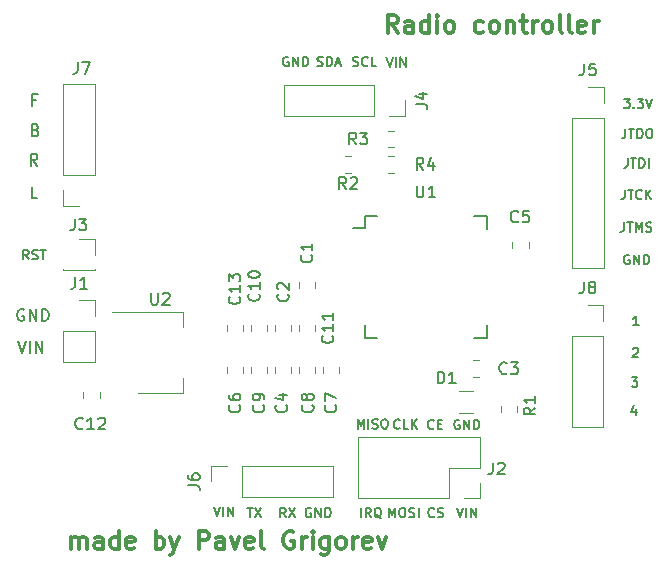
<source format=gbr>
G04 #@! TF.GenerationSoftware,KiCad,Pcbnew,5.0.2-bee76a0~70~ubuntu16.04.1*
G04 #@! TF.CreationDate,2021-02-05T17:40:51+03:00*
G04 #@! TF.ProjectId,das_auto_schema,6461735f-6175-4746-9f5f-736368656d61,rev?*
G04 #@! TF.SameCoordinates,Original*
G04 #@! TF.FileFunction,Legend,Top*
G04 #@! TF.FilePolarity,Positive*
%FSLAX46Y46*%
G04 Gerber Fmt 4.6, Leading zero omitted, Abs format (unit mm)*
G04 Created by KiCad (PCBNEW 5.0.2-bee76a0~70~ubuntu16.04.1) date Fr 05 Feb 2021 17:40:51 MSK*
%MOMM*%
%LPD*%
G01*
G04 APERTURE LIST*
%ADD10C,0.200000*%
%ADD11C,0.300000*%
%ADD12C,0.120000*%
%ADD13C,0.150000*%
G04 APERTURE END LIST*
D10*
X115614504Y-76993704D02*
X115347838Y-76612752D01*
X115157361Y-76993704D02*
X115157361Y-76193704D01*
X115462123Y-76193704D01*
X115538314Y-76231800D01*
X115576409Y-76269895D01*
X115614504Y-76346085D01*
X115614504Y-76460371D01*
X115576409Y-76536561D01*
X115538314Y-76574657D01*
X115462123Y-76612752D01*
X115157361Y-76612752D01*
X115919266Y-76955609D02*
X116033552Y-76993704D01*
X116224028Y-76993704D01*
X116300219Y-76955609D01*
X116338314Y-76917514D01*
X116376409Y-76841323D01*
X116376409Y-76765133D01*
X116338314Y-76688942D01*
X116300219Y-76650847D01*
X116224028Y-76612752D01*
X116071647Y-76574657D01*
X115995457Y-76536561D01*
X115957361Y-76498466D01*
X115919266Y-76422276D01*
X115919266Y-76346085D01*
X115957361Y-76269895D01*
X115995457Y-76231800D01*
X116071647Y-76193704D01*
X116262123Y-76193704D01*
X116376409Y-76231800D01*
X116604980Y-76193704D02*
X117062123Y-76193704D01*
X116833552Y-76993704D02*
X116833552Y-76193704D01*
D11*
X146874114Y-57803171D02*
X146374114Y-57088885D01*
X146016971Y-57803171D02*
X146016971Y-56303171D01*
X146588400Y-56303171D01*
X146731257Y-56374600D01*
X146802685Y-56446028D01*
X146874114Y-56588885D01*
X146874114Y-56803171D01*
X146802685Y-56946028D01*
X146731257Y-57017457D01*
X146588400Y-57088885D01*
X146016971Y-57088885D01*
X148159828Y-57803171D02*
X148159828Y-57017457D01*
X148088400Y-56874600D01*
X147945542Y-56803171D01*
X147659828Y-56803171D01*
X147516971Y-56874600D01*
X148159828Y-57731742D02*
X148016971Y-57803171D01*
X147659828Y-57803171D01*
X147516971Y-57731742D01*
X147445542Y-57588885D01*
X147445542Y-57446028D01*
X147516971Y-57303171D01*
X147659828Y-57231742D01*
X148016971Y-57231742D01*
X148159828Y-57160314D01*
X149516971Y-57803171D02*
X149516971Y-56303171D01*
X149516971Y-57731742D02*
X149374114Y-57803171D01*
X149088400Y-57803171D01*
X148945542Y-57731742D01*
X148874114Y-57660314D01*
X148802685Y-57517457D01*
X148802685Y-57088885D01*
X148874114Y-56946028D01*
X148945542Y-56874600D01*
X149088400Y-56803171D01*
X149374114Y-56803171D01*
X149516971Y-56874600D01*
X150231257Y-57803171D02*
X150231257Y-56803171D01*
X150231257Y-56303171D02*
X150159828Y-56374600D01*
X150231257Y-56446028D01*
X150302685Y-56374600D01*
X150231257Y-56303171D01*
X150231257Y-56446028D01*
X151159828Y-57803171D02*
X151016971Y-57731742D01*
X150945542Y-57660314D01*
X150874114Y-57517457D01*
X150874114Y-57088885D01*
X150945542Y-56946028D01*
X151016971Y-56874600D01*
X151159828Y-56803171D01*
X151374114Y-56803171D01*
X151516971Y-56874600D01*
X151588400Y-56946028D01*
X151659828Y-57088885D01*
X151659828Y-57517457D01*
X151588400Y-57660314D01*
X151516971Y-57731742D01*
X151374114Y-57803171D01*
X151159828Y-57803171D01*
X154088400Y-57731742D02*
X153945542Y-57803171D01*
X153659828Y-57803171D01*
X153516971Y-57731742D01*
X153445542Y-57660314D01*
X153374114Y-57517457D01*
X153374114Y-57088885D01*
X153445542Y-56946028D01*
X153516971Y-56874600D01*
X153659828Y-56803171D01*
X153945542Y-56803171D01*
X154088400Y-56874600D01*
X154945542Y-57803171D02*
X154802685Y-57731742D01*
X154731257Y-57660314D01*
X154659828Y-57517457D01*
X154659828Y-57088885D01*
X154731257Y-56946028D01*
X154802685Y-56874600D01*
X154945542Y-56803171D01*
X155159828Y-56803171D01*
X155302685Y-56874600D01*
X155374114Y-56946028D01*
X155445542Y-57088885D01*
X155445542Y-57517457D01*
X155374114Y-57660314D01*
X155302685Y-57731742D01*
X155159828Y-57803171D01*
X154945542Y-57803171D01*
X156088400Y-56803171D02*
X156088400Y-57803171D01*
X156088400Y-56946028D02*
X156159828Y-56874600D01*
X156302685Y-56803171D01*
X156516971Y-56803171D01*
X156659828Y-56874600D01*
X156731257Y-57017457D01*
X156731257Y-57803171D01*
X157231257Y-56803171D02*
X157802685Y-56803171D01*
X157445542Y-56303171D02*
X157445542Y-57588885D01*
X157516971Y-57731742D01*
X157659828Y-57803171D01*
X157802685Y-57803171D01*
X158302685Y-57803171D02*
X158302685Y-56803171D01*
X158302685Y-57088885D02*
X158374114Y-56946028D01*
X158445542Y-56874600D01*
X158588400Y-56803171D01*
X158731257Y-56803171D01*
X159445542Y-57803171D02*
X159302685Y-57731742D01*
X159231257Y-57660314D01*
X159159828Y-57517457D01*
X159159828Y-57088885D01*
X159231257Y-56946028D01*
X159302685Y-56874600D01*
X159445542Y-56803171D01*
X159659828Y-56803171D01*
X159802685Y-56874600D01*
X159874114Y-56946028D01*
X159945542Y-57088885D01*
X159945542Y-57517457D01*
X159874114Y-57660314D01*
X159802685Y-57731742D01*
X159659828Y-57803171D01*
X159445542Y-57803171D01*
X160802685Y-57803171D02*
X160659828Y-57731742D01*
X160588400Y-57588885D01*
X160588400Y-56303171D01*
X161588400Y-57803171D02*
X161445542Y-57731742D01*
X161374114Y-57588885D01*
X161374114Y-56303171D01*
X162731257Y-57731742D02*
X162588400Y-57803171D01*
X162302685Y-57803171D01*
X162159828Y-57731742D01*
X162088400Y-57588885D01*
X162088400Y-57017457D01*
X162159828Y-56874600D01*
X162302685Y-56803171D01*
X162588400Y-56803171D01*
X162731257Y-56874600D01*
X162802685Y-57017457D01*
X162802685Y-57160314D01*
X162088400Y-57303171D01*
X163445542Y-57803171D02*
X163445542Y-56803171D01*
X163445542Y-57088885D02*
X163516971Y-56946028D01*
X163588400Y-56874600D01*
X163731257Y-56803171D01*
X163874114Y-56803171D01*
X119236399Y-101491171D02*
X119236399Y-100491171D01*
X119236399Y-100634028D02*
X119307828Y-100562600D01*
X119450685Y-100491171D01*
X119664971Y-100491171D01*
X119807828Y-100562600D01*
X119879257Y-100705457D01*
X119879257Y-101491171D01*
X119879257Y-100705457D02*
X119950685Y-100562600D01*
X120093542Y-100491171D01*
X120307828Y-100491171D01*
X120450685Y-100562600D01*
X120522114Y-100705457D01*
X120522114Y-101491171D01*
X121879257Y-101491171D02*
X121879257Y-100705457D01*
X121807828Y-100562600D01*
X121664971Y-100491171D01*
X121379257Y-100491171D01*
X121236399Y-100562600D01*
X121879257Y-101419742D02*
X121736399Y-101491171D01*
X121379257Y-101491171D01*
X121236399Y-101419742D01*
X121164971Y-101276885D01*
X121164971Y-101134028D01*
X121236399Y-100991171D01*
X121379257Y-100919742D01*
X121736399Y-100919742D01*
X121879257Y-100848314D01*
X123236399Y-101491171D02*
X123236399Y-99991171D01*
X123236399Y-101419742D02*
X123093542Y-101491171D01*
X122807828Y-101491171D01*
X122664971Y-101419742D01*
X122593542Y-101348314D01*
X122522114Y-101205457D01*
X122522114Y-100776885D01*
X122593542Y-100634028D01*
X122664971Y-100562600D01*
X122807828Y-100491171D01*
X123093542Y-100491171D01*
X123236399Y-100562600D01*
X124522114Y-101419742D02*
X124379257Y-101491171D01*
X124093542Y-101491171D01*
X123950685Y-101419742D01*
X123879257Y-101276885D01*
X123879257Y-100705457D01*
X123950685Y-100562600D01*
X124093542Y-100491171D01*
X124379257Y-100491171D01*
X124522114Y-100562600D01*
X124593542Y-100705457D01*
X124593542Y-100848314D01*
X123879257Y-100991171D01*
X126379257Y-101491171D02*
X126379257Y-99991171D01*
X126379257Y-100562600D02*
X126522114Y-100491171D01*
X126807828Y-100491171D01*
X126950685Y-100562600D01*
X127022114Y-100634028D01*
X127093542Y-100776885D01*
X127093542Y-101205457D01*
X127022114Y-101348314D01*
X126950685Y-101419742D01*
X126807828Y-101491171D01*
X126522114Y-101491171D01*
X126379257Y-101419742D01*
X127593542Y-100491171D02*
X127950685Y-101491171D01*
X128307828Y-100491171D02*
X127950685Y-101491171D01*
X127807828Y-101848314D01*
X127736399Y-101919742D01*
X127593542Y-101991171D01*
X130022114Y-101491171D02*
X130022114Y-99991171D01*
X130593542Y-99991171D01*
X130736399Y-100062600D01*
X130807828Y-100134028D01*
X130879257Y-100276885D01*
X130879257Y-100491171D01*
X130807828Y-100634028D01*
X130736399Y-100705457D01*
X130593542Y-100776885D01*
X130022114Y-100776885D01*
X132164971Y-101491171D02*
X132164971Y-100705457D01*
X132093542Y-100562600D01*
X131950685Y-100491171D01*
X131664971Y-100491171D01*
X131522114Y-100562600D01*
X132164971Y-101419742D02*
X132022114Y-101491171D01*
X131664971Y-101491171D01*
X131522114Y-101419742D01*
X131450685Y-101276885D01*
X131450685Y-101134028D01*
X131522114Y-100991171D01*
X131664971Y-100919742D01*
X132022114Y-100919742D01*
X132164971Y-100848314D01*
X132736399Y-100491171D02*
X133093542Y-101491171D01*
X133450685Y-100491171D01*
X134593542Y-101419742D02*
X134450685Y-101491171D01*
X134164971Y-101491171D01*
X134022114Y-101419742D01*
X133950685Y-101276885D01*
X133950685Y-100705457D01*
X134022114Y-100562600D01*
X134164971Y-100491171D01*
X134450685Y-100491171D01*
X134593542Y-100562600D01*
X134664971Y-100705457D01*
X134664971Y-100848314D01*
X133950685Y-100991171D01*
X135522114Y-101491171D02*
X135379257Y-101419742D01*
X135307828Y-101276885D01*
X135307828Y-99991171D01*
X138022114Y-100062600D02*
X137879257Y-99991171D01*
X137664971Y-99991171D01*
X137450685Y-100062600D01*
X137307828Y-100205457D01*
X137236400Y-100348314D01*
X137164971Y-100634028D01*
X137164971Y-100848314D01*
X137236400Y-101134028D01*
X137307828Y-101276885D01*
X137450685Y-101419742D01*
X137664971Y-101491171D01*
X137807828Y-101491171D01*
X138022114Y-101419742D01*
X138093542Y-101348314D01*
X138093542Y-100848314D01*
X137807828Y-100848314D01*
X138736400Y-101491171D02*
X138736400Y-100491171D01*
X138736400Y-100776885D02*
X138807828Y-100634028D01*
X138879257Y-100562600D01*
X139022114Y-100491171D01*
X139164971Y-100491171D01*
X139664971Y-101491171D02*
X139664971Y-100491171D01*
X139664971Y-99991171D02*
X139593542Y-100062600D01*
X139664971Y-100134028D01*
X139736400Y-100062600D01*
X139664971Y-99991171D01*
X139664971Y-100134028D01*
X141022114Y-100491171D02*
X141022114Y-101705457D01*
X140950685Y-101848314D01*
X140879257Y-101919742D01*
X140736400Y-101991171D01*
X140522114Y-101991171D01*
X140379257Y-101919742D01*
X141022114Y-101419742D02*
X140879257Y-101491171D01*
X140593542Y-101491171D01*
X140450685Y-101419742D01*
X140379257Y-101348314D01*
X140307828Y-101205457D01*
X140307828Y-100776885D01*
X140379257Y-100634028D01*
X140450685Y-100562600D01*
X140593542Y-100491171D01*
X140879257Y-100491171D01*
X141022114Y-100562600D01*
X141950685Y-101491171D02*
X141807828Y-101419742D01*
X141736400Y-101348314D01*
X141664971Y-101205457D01*
X141664971Y-100776885D01*
X141736400Y-100634028D01*
X141807828Y-100562600D01*
X141950685Y-100491171D01*
X142164971Y-100491171D01*
X142307828Y-100562600D01*
X142379257Y-100634028D01*
X142450685Y-100776885D01*
X142450685Y-101205457D01*
X142379257Y-101348314D01*
X142307828Y-101419742D01*
X142164971Y-101491171D01*
X141950685Y-101491171D01*
X143093542Y-101491171D02*
X143093542Y-100491171D01*
X143093542Y-100776885D02*
X143164971Y-100634028D01*
X143236400Y-100562600D01*
X143379257Y-100491171D01*
X143522114Y-100491171D01*
X144593542Y-101419742D02*
X144450685Y-101491171D01*
X144164971Y-101491171D01*
X144022114Y-101419742D01*
X143950685Y-101276885D01*
X143950685Y-100705457D01*
X144022114Y-100562600D01*
X144164971Y-100491171D01*
X144450685Y-100491171D01*
X144593542Y-100562600D01*
X144664971Y-100705457D01*
X144664971Y-100848314D01*
X143950685Y-100991171D01*
X145164971Y-100491171D02*
X145522114Y-101491171D01*
X145879257Y-100491171D01*
D10*
X167030380Y-89668371D02*
X167030380Y-90201704D01*
X166839904Y-89363609D02*
X166649428Y-89935038D01*
X167144666Y-89935038D01*
X166662133Y-86988704D02*
X167157371Y-86988704D01*
X166890704Y-87293466D01*
X167004990Y-87293466D01*
X167081180Y-87331561D01*
X167119276Y-87369657D01*
X167157371Y-87445847D01*
X167157371Y-87636323D01*
X167119276Y-87712514D01*
X167081180Y-87750609D01*
X167004990Y-87788704D01*
X166776419Y-87788704D01*
X166700228Y-87750609D01*
X166662133Y-87712514D01*
X166751028Y-84575695D02*
X166789123Y-84537600D01*
X166865314Y-84499504D01*
X167055790Y-84499504D01*
X167131980Y-84537600D01*
X167170076Y-84575695D01*
X167208171Y-84651885D01*
X167208171Y-84728076D01*
X167170076Y-84842361D01*
X166712933Y-85299504D01*
X167208171Y-85299504D01*
X167258971Y-82581704D02*
X166801828Y-82581704D01*
X167030400Y-82581704D02*
X167030400Y-81781704D01*
X166954209Y-81895990D01*
X166878019Y-81972180D01*
X166801828Y-82010276D01*
X143472057Y-91319304D02*
X143472057Y-90519304D01*
X143738723Y-91090733D01*
X144005390Y-90519304D01*
X144005390Y-91319304D01*
X144386342Y-91319304D02*
X144386342Y-90519304D01*
X144729200Y-91281209D02*
X144843485Y-91319304D01*
X145033961Y-91319304D01*
X145110152Y-91281209D01*
X145148247Y-91243114D01*
X145186342Y-91166923D01*
X145186342Y-91090733D01*
X145148247Y-91014542D01*
X145110152Y-90976447D01*
X145033961Y-90938352D01*
X144881580Y-90900257D01*
X144805390Y-90862161D01*
X144767295Y-90824066D01*
X144729200Y-90747876D01*
X144729200Y-90671685D01*
X144767295Y-90595495D01*
X144805390Y-90557400D01*
X144881580Y-90519304D01*
X145072057Y-90519304D01*
X145186342Y-90557400D01*
X145681580Y-90519304D02*
X145833961Y-90519304D01*
X145910152Y-90557400D01*
X145986342Y-90633590D01*
X146024438Y-90785971D01*
X146024438Y-91052638D01*
X145986342Y-91205019D01*
X145910152Y-91281209D01*
X145833961Y-91319304D01*
X145681580Y-91319304D01*
X145605390Y-91281209D01*
X145529200Y-91205019D01*
X145491104Y-91052638D01*
X145491104Y-90785971D01*
X145529200Y-90633590D01*
X145605390Y-90557400D01*
X145681580Y-90519304D01*
X147047009Y-91268514D02*
X147008914Y-91306609D01*
X146894628Y-91344704D01*
X146818438Y-91344704D01*
X146704152Y-91306609D01*
X146627961Y-91230419D01*
X146589866Y-91154228D01*
X146551771Y-91001847D01*
X146551771Y-90887561D01*
X146589866Y-90735180D01*
X146627961Y-90658990D01*
X146704152Y-90582800D01*
X146818438Y-90544704D01*
X146894628Y-90544704D01*
X147008914Y-90582800D01*
X147047009Y-90620895D01*
X147770819Y-91344704D02*
X147389866Y-91344704D01*
X147389866Y-90544704D01*
X148037485Y-91344704D02*
X148037485Y-90544704D01*
X148494628Y-91344704D02*
X148151771Y-90887561D01*
X148494628Y-90544704D02*
X148037485Y-91001847D01*
X149923514Y-91293914D02*
X149885419Y-91332009D01*
X149771133Y-91370104D01*
X149694942Y-91370104D01*
X149580657Y-91332009D01*
X149504466Y-91255819D01*
X149466371Y-91179628D01*
X149428276Y-91027247D01*
X149428276Y-90912961D01*
X149466371Y-90760580D01*
X149504466Y-90684390D01*
X149580657Y-90608200D01*
X149694942Y-90570104D01*
X149771133Y-90570104D01*
X149885419Y-90608200D01*
X149923514Y-90646295D01*
X150266371Y-90951057D02*
X150533038Y-90951057D01*
X150647323Y-91370104D02*
X150266371Y-91370104D01*
X150266371Y-90570104D01*
X150647323Y-90570104D01*
X152095276Y-90608200D02*
X152019085Y-90570104D01*
X151904800Y-90570104D01*
X151790514Y-90608200D01*
X151714323Y-90684390D01*
X151676228Y-90760580D01*
X151638133Y-90912961D01*
X151638133Y-91027247D01*
X151676228Y-91179628D01*
X151714323Y-91255819D01*
X151790514Y-91332009D01*
X151904800Y-91370104D01*
X151980990Y-91370104D01*
X152095276Y-91332009D01*
X152133371Y-91293914D01*
X152133371Y-91027247D01*
X151980990Y-91027247D01*
X152476228Y-91370104D02*
X152476228Y-90570104D01*
X152933371Y-91370104D01*
X152933371Y-90570104D01*
X153314323Y-91370104D02*
X153314323Y-90570104D01*
X153504800Y-90570104D01*
X153619085Y-90608200D01*
X153695276Y-90684390D01*
X153733371Y-90760580D01*
X153771466Y-90912961D01*
X153771466Y-91027247D01*
X153733371Y-91179628D01*
X153695276Y-91255819D01*
X153619085Y-91332009D01*
X153504800Y-91370104D01*
X153314323Y-91370104D01*
X143757752Y-98837704D02*
X143757752Y-98037704D01*
X144595847Y-98837704D02*
X144329180Y-98456752D01*
X144138704Y-98837704D02*
X144138704Y-98037704D01*
X144443466Y-98037704D01*
X144519657Y-98075800D01*
X144557752Y-98113895D01*
X144595847Y-98190085D01*
X144595847Y-98304371D01*
X144557752Y-98380561D01*
X144519657Y-98418657D01*
X144443466Y-98456752D01*
X144138704Y-98456752D01*
X145472038Y-98913895D02*
X145395847Y-98875800D01*
X145319657Y-98799609D01*
X145205371Y-98685323D01*
X145129180Y-98647228D01*
X145052990Y-98647228D01*
X145091085Y-98837704D02*
X145014895Y-98799609D01*
X144938704Y-98723419D01*
X144900609Y-98571038D01*
X144900609Y-98304371D01*
X144938704Y-98151990D01*
X145014895Y-98075800D01*
X145091085Y-98037704D01*
X145243466Y-98037704D01*
X145319657Y-98075800D01*
X145395847Y-98151990D01*
X145433942Y-98304371D01*
X145433942Y-98571038D01*
X145395847Y-98723419D01*
X145319657Y-98799609D01*
X145243466Y-98837704D01*
X145091085Y-98837704D01*
X146113657Y-98837704D02*
X146113657Y-98037704D01*
X146380323Y-98609133D01*
X146646990Y-98037704D01*
X146646990Y-98837704D01*
X147180323Y-98037704D02*
X147332704Y-98037704D01*
X147408895Y-98075800D01*
X147485085Y-98151990D01*
X147523180Y-98304371D01*
X147523180Y-98571038D01*
X147485085Y-98723419D01*
X147408895Y-98799609D01*
X147332704Y-98837704D01*
X147180323Y-98837704D01*
X147104133Y-98799609D01*
X147027942Y-98723419D01*
X146989847Y-98571038D01*
X146989847Y-98304371D01*
X147027942Y-98151990D01*
X147104133Y-98075800D01*
X147180323Y-98037704D01*
X147827942Y-98799609D02*
X147942228Y-98837704D01*
X148132704Y-98837704D01*
X148208895Y-98799609D01*
X148246990Y-98761514D01*
X148285085Y-98685323D01*
X148285085Y-98609133D01*
X148246990Y-98532942D01*
X148208895Y-98494847D01*
X148132704Y-98456752D01*
X147980323Y-98418657D01*
X147904133Y-98380561D01*
X147866038Y-98342466D01*
X147827942Y-98266276D01*
X147827942Y-98190085D01*
X147866038Y-98113895D01*
X147904133Y-98075800D01*
X147980323Y-98037704D01*
X148170800Y-98037704D01*
X148285085Y-98075800D01*
X148627942Y-98837704D02*
X148627942Y-98037704D01*
X149955266Y-98761514D02*
X149917171Y-98799609D01*
X149802885Y-98837704D01*
X149726695Y-98837704D01*
X149612409Y-98799609D01*
X149536219Y-98723419D01*
X149498123Y-98647228D01*
X149460028Y-98494847D01*
X149460028Y-98380561D01*
X149498123Y-98228180D01*
X149536219Y-98151990D01*
X149612409Y-98075800D01*
X149726695Y-98037704D01*
X149802885Y-98037704D01*
X149917171Y-98075800D01*
X149955266Y-98113895D01*
X150260028Y-98799609D02*
X150374314Y-98837704D01*
X150564790Y-98837704D01*
X150640980Y-98799609D01*
X150679076Y-98761514D01*
X150717171Y-98685323D01*
X150717171Y-98609133D01*
X150679076Y-98532942D01*
X150640980Y-98494847D01*
X150564790Y-98456752D01*
X150412409Y-98418657D01*
X150336219Y-98380561D01*
X150298123Y-98342466D01*
X150260028Y-98266276D01*
X150260028Y-98190085D01*
X150298123Y-98113895D01*
X150336219Y-98075800D01*
X150412409Y-98037704D01*
X150602885Y-98037704D01*
X150717171Y-98075800D01*
X166027247Y-63392104D02*
X166522485Y-63392104D01*
X166255819Y-63696866D01*
X166370104Y-63696866D01*
X166446295Y-63734961D01*
X166484390Y-63773057D01*
X166522485Y-63849247D01*
X166522485Y-64039723D01*
X166484390Y-64115914D01*
X166446295Y-64154009D01*
X166370104Y-64192104D01*
X166141533Y-64192104D01*
X166065342Y-64154009D01*
X166027247Y-64115914D01*
X166865342Y-64115914D02*
X166903438Y-64154009D01*
X166865342Y-64192104D01*
X166827247Y-64154009D01*
X166865342Y-64115914D01*
X166865342Y-64192104D01*
X167170104Y-63392104D02*
X167665342Y-63392104D01*
X167398676Y-63696866D01*
X167512961Y-63696866D01*
X167589152Y-63734961D01*
X167627247Y-63773057D01*
X167665342Y-63849247D01*
X167665342Y-64039723D01*
X167627247Y-64115914D01*
X167589152Y-64154009D01*
X167512961Y-64192104D01*
X167284390Y-64192104D01*
X167208200Y-64154009D01*
X167170104Y-64115914D01*
X167893914Y-63392104D02*
X168160580Y-64192104D01*
X168427247Y-63392104D01*
X166147876Y-65957504D02*
X166147876Y-66528933D01*
X166109780Y-66643219D01*
X166033590Y-66719409D01*
X165919304Y-66757504D01*
X165843114Y-66757504D01*
X166414542Y-65957504D02*
X166871685Y-65957504D01*
X166643114Y-66757504D02*
X166643114Y-65957504D01*
X167138352Y-66757504D02*
X167138352Y-65957504D01*
X167328828Y-65957504D01*
X167443114Y-65995600D01*
X167519304Y-66071790D01*
X167557400Y-66147980D01*
X167595495Y-66300361D01*
X167595495Y-66414647D01*
X167557400Y-66567028D01*
X167519304Y-66643219D01*
X167443114Y-66719409D01*
X167328828Y-66757504D01*
X167138352Y-66757504D01*
X168090733Y-65957504D02*
X168243114Y-65957504D01*
X168319304Y-65995600D01*
X168395495Y-66071790D01*
X168433590Y-66224171D01*
X168433590Y-66490838D01*
X168395495Y-66643219D01*
X168319304Y-66719409D01*
X168243114Y-66757504D01*
X168090733Y-66757504D01*
X168014542Y-66719409D01*
X167938352Y-66643219D01*
X167900257Y-66490838D01*
X167900257Y-66224171D01*
X167938352Y-66071790D01*
X168014542Y-65995600D01*
X168090733Y-65957504D01*
X166325647Y-68421304D02*
X166325647Y-68992733D01*
X166287552Y-69107019D01*
X166211361Y-69183209D01*
X166097076Y-69221304D01*
X166020885Y-69221304D01*
X166592314Y-68421304D02*
X167049457Y-68421304D01*
X166820885Y-69221304D02*
X166820885Y-68421304D01*
X167316123Y-69221304D02*
X167316123Y-68421304D01*
X167506600Y-68421304D01*
X167620885Y-68459400D01*
X167697076Y-68535590D01*
X167735171Y-68611780D01*
X167773266Y-68764161D01*
X167773266Y-68878447D01*
X167735171Y-69030828D01*
X167697076Y-69107019D01*
X167620885Y-69183209D01*
X167506600Y-69221304D01*
X167316123Y-69221304D01*
X168116123Y-69221304D02*
X168116123Y-68421304D01*
X166090723Y-71113704D02*
X166090723Y-71685133D01*
X166052628Y-71799419D01*
X165976438Y-71875609D01*
X165862152Y-71913704D01*
X165785961Y-71913704D01*
X166357390Y-71113704D02*
X166814533Y-71113704D01*
X166585961Y-71913704D02*
X166585961Y-71113704D01*
X167538342Y-71837514D02*
X167500247Y-71875609D01*
X167385961Y-71913704D01*
X167309771Y-71913704D01*
X167195485Y-71875609D01*
X167119295Y-71799419D01*
X167081200Y-71723228D01*
X167043104Y-71570847D01*
X167043104Y-71456561D01*
X167081200Y-71304180D01*
X167119295Y-71227990D01*
X167195485Y-71151800D01*
X167309771Y-71113704D01*
X167385961Y-71113704D01*
X167500247Y-71151800D01*
X167538342Y-71189895D01*
X167881200Y-71913704D02*
X167881200Y-71113704D01*
X168338342Y-71913704D02*
X167995485Y-71456561D01*
X168338342Y-71113704D02*
X167881200Y-71570847D01*
X166027228Y-73856904D02*
X166027228Y-74428333D01*
X165989133Y-74542619D01*
X165912942Y-74618809D01*
X165798657Y-74656904D01*
X165722466Y-74656904D01*
X166293895Y-73856904D02*
X166751038Y-73856904D01*
X166522466Y-74656904D02*
X166522466Y-73856904D01*
X167017704Y-74656904D02*
X167017704Y-73856904D01*
X167284371Y-74428333D01*
X167551038Y-73856904D01*
X167551038Y-74656904D01*
X167893895Y-74618809D02*
X168008180Y-74656904D01*
X168198657Y-74656904D01*
X168274847Y-74618809D01*
X168312942Y-74580714D01*
X168351038Y-74504523D01*
X168351038Y-74428333D01*
X168312942Y-74352142D01*
X168274847Y-74314047D01*
X168198657Y-74275952D01*
X168046276Y-74237857D01*
X167970085Y-74199761D01*
X167931990Y-74161666D01*
X167893895Y-74085476D01*
X167893895Y-74009285D01*
X167931990Y-73933095D01*
X167970085Y-73895000D01*
X168046276Y-73856904D01*
X168236752Y-73856904D01*
X168351038Y-73895000D01*
X166471676Y-76638200D02*
X166395485Y-76600104D01*
X166281200Y-76600104D01*
X166166914Y-76638200D01*
X166090723Y-76714390D01*
X166052628Y-76790580D01*
X166014533Y-76942961D01*
X166014533Y-77057247D01*
X166052628Y-77209628D01*
X166090723Y-77285819D01*
X166166914Y-77362009D01*
X166281200Y-77400104D01*
X166357390Y-77400104D01*
X166471676Y-77362009D01*
X166509771Y-77323914D01*
X166509771Y-77057247D01*
X166357390Y-77057247D01*
X166852628Y-77400104D02*
X166852628Y-76600104D01*
X167309771Y-77400104D01*
X167309771Y-76600104D01*
X167690723Y-77400104D02*
X167690723Y-76600104D01*
X167881200Y-76600104D01*
X167995485Y-76638200D01*
X168071676Y-76714390D01*
X168109771Y-76790580D01*
X168147866Y-76942961D01*
X168147866Y-77057247D01*
X168109771Y-77209628D01*
X168071676Y-77285819D01*
X167995485Y-77362009D01*
X167881200Y-77400104D01*
X167690723Y-77400104D01*
X115214495Y-81237200D02*
X115119257Y-81189580D01*
X114976400Y-81189580D01*
X114833542Y-81237200D01*
X114738304Y-81332438D01*
X114690685Y-81427676D01*
X114643066Y-81618152D01*
X114643066Y-81761009D01*
X114690685Y-81951485D01*
X114738304Y-82046723D01*
X114833542Y-82141961D01*
X114976400Y-82189580D01*
X115071638Y-82189580D01*
X115214495Y-82141961D01*
X115262114Y-82094342D01*
X115262114Y-81761009D01*
X115071638Y-81761009D01*
X115690685Y-82189580D02*
X115690685Y-81189580D01*
X116262114Y-82189580D01*
X116262114Y-81189580D01*
X116738304Y-82189580D02*
X116738304Y-81189580D01*
X116976400Y-81189580D01*
X117119257Y-81237200D01*
X117214495Y-81332438D01*
X117262114Y-81427676D01*
X117309733Y-81618152D01*
X117309733Y-81761009D01*
X117262114Y-81951485D01*
X117214495Y-82046723D01*
X117119257Y-82141961D01*
X116976400Y-82189580D01*
X116738304Y-82189580D01*
X114728761Y-83932780D02*
X115062095Y-84932780D01*
X115395428Y-83932780D01*
X115728761Y-84932780D02*
X115728761Y-83932780D01*
X116204952Y-84932780D02*
X116204952Y-83932780D01*
X116776380Y-84932780D01*
X116776380Y-83932780D01*
X116271657Y-63479371D02*
X115938323Y-63479371D01*
X115938323Y-64003180D02*
X115938323Y-63003180D01*
X116414514Y-63003180D01*
X116200228Y-66044771D02*
X116343085Y-66092390D01*
X116390704Y-66140009D01*
X116438323Y-66235247D01*
X116438323Y-66378104D01*
X116390704Y-66473342D01*
X116343085Y-66520961D01*
X116247847Y-66568580D01*
X115866895Y-66568580D01*
X115866895Y-65568580D01*
X116200228Y-65568580D01*
X116295466Y-65616200D01*
X116343085Y-65663819D01*
X116390704Y-65759057D01*
X116390704Y-65854295D01*
X116343085Y-65949533D01*
X116295466Y-65997152D01*
X116200228Y-66044771D01*
X115866895Y-66044771D01*
X116362123Y-69057780D02*
X116028790Y-68581590D01*
X115790695Y-69057780D02*
X115790695Y-68057780D01*
X116171647Y-68057780D01*
X116266885Y-68105400D01*
X116314504Y-68153019D01*
X116362123Y-68248257D01*
X116362123Y-68391114D01*
X116314504Y-68486352D01*
X116266885Y-68533971D01*
X116171647Y-68581590D01*
X115790695Y-68581590D01*
X116362123Y-71826380D02*
X115885933Y-71826380D01*
X115885933Y-70826380D01*
X140049371Y-60598009D02*
X140163657Y-60636104D01*
X140354133Y-60636104D01*
X140430323Y-60598009D01*
X140468419Y-60559914D01*
X140506514Y-60483723D01*
X140506514Y-60407533D01*
X140468419Y-60331342D01*
X140430323Y-60293247D01*
X140354133Y-60255152D01*
X140201752Y-60217057D01*
X140125561Y-60178961D01*
X140087466Y-60140866D01*
X140049371Y-60064676D01*
X140049371Y-59988485D01*
X140087466Y-59912295D01*
X140125561Y-59874200D01*
X140201752Y-59836104D01*
X140392228Y-59836104D01*
X140506514Y-59874200D01*
X140849371Y-60636104D02*
X140849371Y-59836104D01*
X141039847Y-59836104D01*
X141154133Y-59874200D01*
X141230323Y-59950390D01*
X141268419Y-60026580D01*
X141306514Y-60178961D01*
X141306514Y-60293247D01*
X141268419Y-60445628D01*
X141230323Y-60521819D01*
X141154133Y-60598009D01*
X141039847Y-60636104D01*
X140849371Y-60636104D01*
X141611276Y-60407533D02*
X141992228Y-60407533D01*
X141535085Y-60636104D02*
X141801752Y-59836104D01*
X142068419Y-60636104D01*
X143065619Y-60598009D02*
X143179904Y-60636104D01*
X143370380Y-60636104D01*
X143446571Y-60598009D01*
X143484666Y-60559914D01*
X143522761Y-60483723D01*
X143522761Y-60407533D01*
X143484666Y-60331342D01*
X143446571Y-60293247D01*
X143370380Y-60255152D01*
X143218000Y-60217057D01*
X143141809Y-60178961D01*
X143103714Y-60140866D01*
X143065619Y-60064676D01*
X143065619Y-59988485D01*
X143103714Y-59912295D01*
X143141809Y-59874200D01*
X143218000Y-59836104D01*
X143408476Y-59836104D01*
X143522761Y-59874200D01*
X144322761Y-60559914D02*
X144284666Y-60598009D01*
X144170380Y-60636104D01*
X144094190Y-60636104D01*
X143979904Y-60598009D01*
X143903714Y-60521819D01*
X143865619Y-60445628D01*
X143827523Y-60293247D01*
X143827523Y-60178961D01*
X143865619Y-60026580D01*
X143903714Y-59950390D01*
X143979904Y-59874200D01*
X144094190Y-59836104D01*
X144170380Y-59836104D01*
X144284666Y-59874200D01*
X144322761Y-59912295D01*
X145046571Y-60636104D02*
X144665619Y-60636104D01*
X144665619Y-59836104D01*
X145910409Y-59886904D02*
X146177076Y-60686904D01*
X146443742Y-59886904D01*
X146710409Y-60686904D02*
X146710409Y-59886904D01*
X147091361Y-60686904D02*
X147091361Y-59886904D01*
X147548504Y-60686904D01*
X147548504Y-59886904D01*
X137591876Y-59899600D02*
X137515685Y-59861504D01*
X137401400Y-59861504D01*
X137287114Y-59899600D01*
X137210923Y-59975790D01*
X137172828Y-60051980D01*
X137134733Y-60204361D01*
X137134733Y-60318647D01*
X137172828Y-60471028D01*
X137210923Y-60547219D01*
X137287114Y-60623409D01*
X137401400Y-60661504D01*
X137477590Y-60661504D01*
X137591876Y-60623409D01*
X137629971Y-60585314D01*
X137629971Y-60318647D01*
X137477590Y-60318647D01*
X137972828Y-60661504D02*
X137972828Y-59861504D01*
X138429971Y-60661504D01*
X138429971Y-59861504D01*
X138810923Y-60661504D02*
X138810923Y-59861504D01*
X139001400Y-59861504D01*
X139115685Y-59899600D01*
X139191876Y-59975790D01*
X139229971Y-60051980D01*
X139268066Y-60204361D01*
X139268066Y-60318647D01*
X139229971Y-60471028D01*
X139191876Y-60547219D01*
X139115685Y-60623409D01*
X139001400Y-60661504D01*
X138810923Y-60661504D01*
X139522276Y-98050400D02*
X139446085Y-98012304D01*
X139331800Y-98012304D01*
X139217514Y-98050400D01*
X139141323Y-98126590D01*
X139103228Y-98202780D01*
X139065133Y-98355161D01*
X139065133Y-98469447D01*
X139103228Y-98621828D01*
X139141323Y-98698019D01*
X139217514Y-98774209D01*
X139331800Y-98812304D01*
X139407990Y-98812304D01*
X139522276Y-98774209D01*
X139560371Y-98736114D01*
X139560371Y-98469447D01*
X139407990Y-98469447D01*
X139903228Y-98812304D02*
X139903228Y-98012304D01*
X140360371Y-98812304D01*
X140360371Y-98012304D01*
X140741323Y-98812304D02*
X140741323Y-98012304D01*
X140931800Y-98012304D01*
X141046085Y-98050400D01*
X141122276Y-98126590D01*
X141160371Y-98202780D01*
X141198466Y-98355161D01*
X141198466Y-98469447D01*
X141160371Y-98621828D01*
X141122276Y-98698019D01*
X141046085Y-98774209D01*
X140931800Y-98812304D01*
X140741323Y-98812304D01*
X131280009Y-97936104D02*
X131546676Y-98736104D01*
X131813342Y-97936104D01*
X132080009Y-98736104D02*
X132080009Y-97936104D01*
X132460961Y-98736104D02*
X132460961Y-97936104D01*
X132918104Y-98736104D01*
X132918104Y-97936104D01*
X137382266Y-98812304D02*
X137115600Y-98431352D01*
X136925123Y-98812304D02*
X136925123Y-98012304D01*
X137229885Y-98012304D01*
X137306076Y-98050400D01*
X137344171Y-98088495D01*
X137382266Y-98164685D01*
X137382266Y-98278971D01*
X137344171Y-98355161D01*
X137306076Y-98393257D01*
X137229885Y-98431352D01*
X136925123Y-98431352D01*
X137648933Y-98012304D02*
X138182266Y-98812304D01*
X138182266Y-98012304D02*
X137648933Y-98812304D01*
X134137476Y-98012304D02*
X134594619Y-98012304D01*
X134366047Y-98812304D02*
X134366047Y-98012304D01*
X134785095Y-98012304D02*
X135318428Y-98812304D01*
X135318428Y-98012304D02*
X134785095Y-98812304D01*
X151879409Y-98037704D02*
X152146076Y-98837704D01*
X152412742Y-98037704D01*
X152679409Y-98837704D02*
X152679409Y-98037704D01*
X153060361Y-98837704D02*
X153060361Y-98037704D01*
X153517504Y-98837704D01*
X153517504Y-98037704D01*
D12*
G04 #@! TO.C,J2*
X153806200Y-92015000D02*
X153806200Y-94615000D01*
X153806200Y-92015000D02*
X143526200Y-92015000D01*
X143526200Y-92015000D02*
X143526200Y-97215000D01*
X151206200Y-97215000D02*
X143526200Y-97215000D01*
X151206200Y-94615000D02*
X151206200Y-97215000D01*
X153806200Y-94615000D02*
X151206200Y-94615000D01*
X153806200Y-97215000D02*
X152476200Y-97215000D01*
X153806200Y-95885000D02*
X153806200Y-97215000D01*
G04 #@! TO.C,J5*
X161636400Y-64998600D02*
X164296400Y-64998600D01*
X161636400Y-64998600D02*
X161636400Y-77758600D01*
X161636400Y-77758600D02*
X164296400Y-77758600D01*
X164296400Y-64998600D02*
X164296400Y-77758600D01*
X164296400Y-62398600D02*
X164296400Y-63728600D01*
X162966400Y-62398600D02*
X164296400Y-62398600D01*
G04 #@! TO.C,C1*
X139902000Y-78910922D02*
X139902000Y-79428078D01*
X138482000Y-78910922D02*
X138482000Y-79428078D01*
G04 #@! TO.C,C2*
X137870000Y-83062578D02*
X137870000Y-82545422D01*
X136450000Y-83062578D02*
X136450000Y-82545422D01*
G04 #@! TO.C,C3*
X153208222Y-85548400D02*
X153725378Y-85548400D01*
X153208222Y-86968400D02*
X153725378Y-86968400D01*
G04 #@! TO.C,C4*
X137870000Y-86101422D02*
X137870000Y-86618578D01*
X136450000Y-86101422D02*
X136450000Y-86618578D01*
G04 #@! TO.C,C5*
X156541400Y-75484222D02*
X156541400Y-76001378D01*
X157961400Y-75484222D02*
X157961400Y-76001378D01*
G04 #@! TO.C,C6*
X132386000Y-86101422D02*
X132386000Y-86618578D01*
X133806000Y-86101422D02*
X133806000Y-86618578D01*
G04 #@! TO.C,C7*
X141934000Y-86101422D02*
X141934000Y-86618578D01*
X140514000Y-86101422D02*
X140514000Y-86618578D01*
G04 #@! TO.C,C8*
X139902000Y-86101422D02*
X139902000Y-86618578D01*
X138482000Y-86101422D02*
X138482000Y-86618578D01*
G04 #@! TO.C,C9*
X134418000Y-86101422D02*
X134418000Y-86618578D01*
X135838000Y-86101422D02*
X135838000Y-86618578D01*
G04 #@! TO.C,C10*
X134418000Y-83062578D02*
X134418000Y-82545422D01*
X135838000Y-83062578D02*
X135838000Y-82545422D01*
G04 #@! TO.C,C11*
X139902000Y-83062578D02*
X139902000Y-82545422D01*
X138482000Y-83062578D02*
X138482000Y-82545422D01*
G04 #@! TO.C,C12*
X121677500Y-88209622D02*
X121677500Y-88726778D01*
X120257500Y-88209622D02*
X120257500Y-88726778D01*
G04 #@! TO.C,C13*
X133806000Y-83062578D02*
X133806000Y-82545422D01*
X132386000Y-83062578D02*
X132386000Y-82545422D01*
G04 #@! TO.C,D1*
X153230664Y-89987800D02*
X152026536Y-89987800D01*
X153230664Y-88167800D02*
X152026536Y-88167800D01*
G04 #@! TO.C,J1*
X118558000Y-83058000D02*
X121218000Y-83058000D01*
X118558000Y-83058000D02*
X118558000Y-85658000D01*
X118558000Y-85658000D02*
X121218000Y-85658000D01*
X121218000Y-83058000D02*
X121218000Y-85658000D01*
X121218000Y-80458000D02*
X121218000Y-81788000D01*
X119888000Y-80458000D02*
X121218000Y-80458000D01*
G04 #@! TO.C,J3*
X118558000Y-77911000D02*
X121218000Y-77911000D01*
X118558000Y-77791000D02*
X118558000Y-77911000D01*
X121218000Y-77791000D02*
X121218000Y-77911000D01*
X121218000Y-75251000D02*
X121218000Y-76581000D01*
X119888000Y-75251000D02*
X121218000Y-75251000D01*
G04 #@! TO.C,J4*
X144881600Y-62195400D02*
X144881600Y-64855400D01*
X144881600Y-62195400D02*
X137201600Y-62195400D01*
X137201600Y-62195400D02*
X137201600Y-64855400D01*
X144881600Y-64855400D02*
X137201600Y-64855400D01*
X147481600Y-64855400D02*
X146151600Y-64855400D01*
X147481600Y-63525400D02*
X147481600Y-64855400D01*
G04 #@! TO.C,J6*
X133680200Y-97113400D02*
X133680200Y-94453400D01*
X133680200Y-97113400D02*
X141360200Y-97113400D01*
X141360200Y-97113400D02*
X141360200Y-94453400D01*
X133680200Y-94453400D02*
X141360200Y-94453400D01*
X131080200Y-94453400D02*
X132410200Y-94453400D01*
X131080200Y-95783400D02*
X131080200Y-94453400D01*
G04 #@! TO.C,J7*
X119888000Y-72450000D02*
X118558000Y-72450000D01*
X118558000Y-72450000D02*
X118558000Y-71120000D01*
X118558000Y-69850000D02*
X118558000Y-62170000D01*
X121218000Y-62170000D02*
X118558000Y-62170000D01*
X121218000Y-69850000D02*
X121218000Y-62170000D01*
X121218000Y-69850000D02*
X118558000Y-69850000D01*
G04 #@! TO.C,R1*
X155576200Y-89895178D02*
X155576200Y-89378022D01*
X156996200Y-89895178D02*
X156996200Y-89378022D01*
G04 #@! TO.C,R2*
X142930378Y-68225600D02*
X142413222Y-68225600D01*
X142930378Y-69645600D02*
X142413222Y-69645600D01*
G04 #@! TO.C,R3*
X146562578Y-67512000D02*
X146045422Y-67512000D01*
X146562578Y-66092000D02*
X146045422Y-66092000D01*
G04 #@! TO.C,R4*
X146587978Y-68225600D02*
X146070822Y-68225600D01*
X146587978Y-69645600D02*
X146070822Y-69645600D01*
D13*
G04 #@! TO.C,U1*
X144062700Y-73311000D02*
X144062700Y-74311000D01*
X154412700Y-73311000D02*
X154412700Y-74386000D01*
X154412700Y-83661000D02*
X154412700Y-82586000D01*
X144062700Y-83661000D02*
X144062700Y-82586000D01*
X144062700Y-73311000D02*
X145137700Y-73311000D01*
X144062700Y-83661000D02*
X145137700Y-83661000D01*
X154412700Y-83661000D02*
X153337700Y-83661000D01*
X154412700Y-73311000D02*
X153337700Y-73311000D01*
X144062700Y-74311000D02*
X143037700Y-74311000D01*
D12*
G04 #@! TO.C,U2*
X128656000Y-88284100D02*
X128656000Y-87024100D01*
X128656000Y-81464100D02*
X128656000Y-82724100D01*
X124896000Y-88284100D02*
X128656000Y-88284100D01*
X122646000Y-81464100D02*
X128656000Y-81464100D01*
G04 #@! TO.C,J8*
X161611000Y-83464400D02*
X164271000Y-83464400D01*
X161611000Y-83464400D02*
X161611000Y-91144400D01*
X161611000Y-91144400D02*
X164271000Y-91144400D01*
X164271000Y-83464400D02*
X164271000Y-91144400D01*
X164271000Y-80864400D02*
X164271000Y-82194400D01*
X162941000Y-80864400D02*
X164271000Y-80864400D01*
G04 #@! TO.C,J2*
D13*
X154911466Y-94194380D02*
X154911466Y-94908666D01*
X154863847Y-95051523D01*
X154768609Y-95146761D01*
X154625752Y-95194380D01*
X154530514Y-95194380D01*
X155340038Y-94289619D02*
X155387657Y-94242000D01*
X155482895Y-94194380D01*
X155720990Y-94194380D01*
X155816228Y-94242000D01*
X155863847Y-94289619D01*
X155911466Y-94384857D01*
X155911466Y-94480095D01*
X155863847Y-94622952D01*
X155292419Y-95194380D01*
X155911466Y-95194380D01*
G04 #@! TO.C,J5*
X162633066Y-60410980D02*
X162633066Y-61125266D01*
X162585447Y-61268123D01*
X162490209Y-61363361D01*
X162347352Y-61410980D01*
X162252114Y-61410980D01*
X163585447Y-60410980D02*
X163109257Y-60410980D01*
X163061638Y-60887171D01*
X163109257Y-60839552D01*
X163204495Y-60791933D01*
X163442590Y-60791933D01*
X163537828Y-60839552D01*
X163585447Y-60887171D01*
X163633066Y-60982409D01*
X163633066Y-61220504D01*
X163585447Y-61315742D01*
X163537828Y-61363361D01*
X163442590Y-61410980D01*
X163204495Y-61410980D01*
X163109257Y-61363361D01*
X163061638Y-61315742D01*
G04 #@! TO.C,C1*
X139549142Y-76620666D02*
X139596761Y-76668285D01*
X139644380Y-76811142D01*
X139644380Y-76906380D01*
X139596761Y-77049238D01*
X139501523Y-77144476D01*
X139406285Y-77192095D01*
X139215809Y-77239714D01*
X139072952Y-77239714D01*
X138882476Y-77192095D01*
X138787238Y-77144476D01*
X138692000Y-77049238D01*
X138644380Y-76906380D01*
X138644380Y-76811142D01*
X138692000Y-76668285D01*
X138739619Y-76620666D01*
X139644380Y-75668285D02*
X139644380Y-76239714D01*
X139644380Y-75954000D02*
X138644380Y-75954000D01*
X138787238Y-76049238D01*
X138882476Y-76144476D01*
X138930095Y-76239714D01*
G04 #@! TO.C,C2*
X137567942Y-79922666D02*
X137615561Y-79970285D01*
X137663180Y-80113142D01*
X137663180Y-80208380D01*
X137615561Y-80351238D01*
X137520323Y-80446476D01*
X137425085Y-80494095D01*
X137234609Y-80541714D01*
X137091752Y-80541714D01*
X136901276Y-80494095D01*
X136806038Y-80446476D01*
X136710800Y-80351238D01*
X136663180Y-80208380D01*
X136663180Y-80113142D01*
X136710800Y-79970285D01*
X136758419Y-79922666D01*
X136758419Y-79541714D02*
X136710800Y-79494095D01*
X136663180Y-79398857D01*
X136663180Y-79160761D01*
X136710800Y-79065523D01*
X136758419Y-79017904D01*
X136853657Y-78970285D01*
X136948895Y-78970285D01*
X137091752Y-79017904D01*
X137663180Y-79589333D01*
X137663180Y-78970285D01*
G04 #@! TO.C,C3*
X156094133Y-86615542D02*
X156046514Y-86663161D01*
X155903657Y-86710780D01*
X155808419Y-86710780D01*
X155665561Y-86663161D01*
X155570323Y-86567923D01*
X155522704Y-86472685D01*
X155475085Y-86282209D01*
X155475085Y-86139352D01*
X155522704Y-85948876D01*
X155570323Y-85853638D01*
X155665561Y-85758400D01*
X155808419Y-85710780D01*
X155903657Y-85710780D01*
X156046514Y-85758400D01*
X156094133Y-85806019D01*
X156427466Y-85710780D02*
X157046514Y-85710780D01*
X156713180Y-86091733D01*
X156856038Y-86091733D01*
X156951276Y-86139352D01*
X156998895Y-86186971D01*
X157046514Y-86282209D01*
X157046514Y-86520304D01*
X156998895Y-86615542D01*
X156951276Y-86663161D01*
X156856038Y-86710780D01*
X156570323Y-86710780D01*
X156475085Y-86663161D01*
X156427466Y-86615542D01*
G04 #@! TO.C,C4*
X137415542Y-89320666D02*
X137463161Y-89368285D01*
X137510780Y-89511142D01*
X137510780Y-89606380D01*
X137463161Y-89749238D01*
X137367923Y-89844476D01*
X137272685Y-89892095D01*
X137082209Y-89939714D01*
X136939352Y-89939714D01*
X136748876Y-89892095D01*
X136653638Y-89844476D01*
X136558400Y-89749238D01*
X136510780Y-89606380D01*
X136510780Y-89511142D01*
X136558400Y-89368285D01*
X136606019Y-89320666D01*
X136844114Y-88463523D02*
X137510780Y-88463523D01*
X136463161Y-88701619D02*
X137177447Y-88939714D01*
X137177447Y-88320666D01*
G04 #@! TO.C,C5*
X157059333Y-73763142D02*
X157011714Y-73810761D01*
X156868857Y-73858380D01*
X156773619Y-73858380D01*
X156630761Y-73810761D01*
X156535523Y-73715523D01*
X156487904Y-73620285D01*
X156440285Y-73429809D01*
X156440285Y-73286952D01*
X156487904Y-73096476D01*
X156535523Y-73001238D01*
X156630761Y-72906000D01*
X156773619Y-72858380D01*
X156868857Y-72858380D01*
X157011714Y-72906000D01*
X157059333Y-72953619D01*
X157964095Y-72858380D02*
X157487904Y-72858380D01*
X157440285Y-73334571D01*
X157487904Y-73286952D01*
X157583142Y-73239333D01*
X157821238Y-73239333D01*
X157916476Y-73286952D01*
X157964095Y-73334571D01*
X158011714Y-73429809D01*
X158011714Y-73667904D01*
X157964095Y-73763142D01*
X157916476Y-73810761D01*
X157821238Y-73858380D01*
X157583142Y-73858380D01*
X157487904Y-73810761D01*
X157440285Y-73763142D01*
G04 #@! TO.C,C6*
X133453142Y-89320666D02*
X133500761Y-89368285D01*
X133548380Y-89511142D01*
X133548380Y-89606380D01*
X133500761Y-89749238D01*
X133405523Y-89844476D01*
X133310285Y-89892095D01*
X133119809Y-89939714D01*
X132976952Y-89939714D01*
X132786476Y-89892095D01*
X132691238Y-89844476D01*
X132596000Y-89749238D01*
X132548380Y-89606380D01*
X132548380Y-89511142D01*
X132596000Y-89368285D01*
X132643619Y-89320666D01*
X132548380Y-88463523D02*
X132548380Y-88654000D01*
X132596000Y-88749238D01*
X132643619Y-88796857D01*
X132786476Y-88892095D01*
X132976952Y-88939714D01*
X133357904Y-88939714D01*
X133453142Y-88892095D01*
X133500761Y-88844476D01*
X133548380Y-88749238D01*
X133548380Y-88558761D01*
X133500761Y-88463523D01*
X133453142Y-88415904D01*
X133357904Y-88368285D01*
X133119809Y-88368285D01*
X133024571Y-88415904D01*
X132976952Y-88463523D01*
X132929333Y-88558761D01*
X132929333Y-88749238D01*
X132976952Y-88844476D01*
X133024571Y-88892095D01*
X133119809Y-88939714D01*
G04 #@! TO.C,C7*
X141581142Y-89320666D02*
X141628761Y-89368285D01*
X141676380Y-89511142D01*
X141676380Y-89606380D01*
X141628761Y-89749238D01*
X141533523Y-89844476D01*
X141438285Y-89892095D01*
X141247809Y-89939714D01*
X141104952Y-89939714D01*
X140914476Y-89892095D01*
X140819238Y-89844476D01*
X140724000Y-89749238D01*
X140676380Y-89606380D01*
X140676380Y-89511142D01*
X140724000Y-89368285D01*
X140771619Y-89320666D01*
X140676380Y-88987333D02*
X140676380Y-88320666D01*
X141676380Y-88749238D01*
G04 #@! TO.C,C8*
X139650742Y-89320666D02*
X139698361Y-89368285D01*
X139745980Y-89511142D01*
X139745980Y-89606380D01*
X139698361Y-89749238D01*
X139603123Y-89844476D01*
X139507885Y-89892095D01*
X139317409Y-89939714D01*
X139174552Y-89939714D01*
X138984076Y-89892095D01*
X138888838Y-89844476D01*
X138793600Y-89749238D01*
X138745980Y-89606380D01*
X138745980Y-89511142D01*
X138793600Y-89368285D01*
X138841219Y-89320666D01*
X139174552Y-88749238D02*
X139126933Y-88844476D01*
X139079314Y-88892095D01*
X138984076Y-88939714D01*
X138936457Y-88939714D01*
X138841219Y-88892095D01*
X138793600Y-88844476D01*
X138745980Y-88749238D01*
X138745980Y-88558761D01*
X138793600Y-88463523D01*
X138841219Y-88415904D01*
X138936457Y-88368285D01*
X138984076Y-88368285D01*
X139079314Y-88415904D01*
X139126933Y-88463523D01*
X139174552Y-88558761D01*
X139174552Y-88749238D01*
X139222171Y-88844476D01*
X139269790Y-88892095D01*
X139365028Y-88939714D01*
X139555504Y-88939714D01*
X139650742Y-88892095D01*
X139698361Y-88844476D01*
X139745980Y-88749238D01*
X139745980Y-88558761D01*
X139698361Y-88463523D01*
X139650742Y-88415904D01*
X139555504Y-88368285D01*
X139365028Y-88368285D01*
X139269790Y-88415904D01*
X139222171Y-88463523D01*
X139174552Y-88558761D01*
G04 #@! TO.C,C9*
X135485142Y-89320666D02*
X135532761Y-89368285D01*
X135580380Y-89511142D01*
X135580380Y-89606380D01*
X135532761Y-89749238D01*
X135437523Y-89844476D01*
X135342285Y-89892095D01*
X135151809Y-89939714D01*
X135008952Y-89939714D01*
X134818476Y-89892095D01*
X134723238Y-89844476D01*
X134628000Y-89749238D01*
X134580380Y-89606380D01*
X134580380Y-89511142D01*
X134628000Y-89368285D01*
X134675619Y-89320666D01*
X135580380Y-88844476D02*
X135580380Y-88654000D01*
X135532761Y-88558761D01*
X135485142Y-88511142D01*
X135342285Y-88415904D01*
X135151809Y-88368285D01*
X134770857Y-88368285D01*
X134675619Y-88415904D01*
X134628000Y-88463523D01*
X134580380Y-88558761D01*
X134580380Y-88749238D01*
X134628000Y-88844476D01*
X134675619Y-88892095D01*
X134770857Y-88939714D01*
X135008952Y-88939714D01*
X135104190Y-88892095D01*
X135151809Y-88844476D01*
X135199428Y-88749238D01*
X135199428Y-88558761D01*
X135151809Y-88463523D01*
X135104190Y-88415904D01*
X135008952Y-88368285D01*
G04 #@! TO.C,C10*
X135104142Y-79890857D02*
X135151761Y-79938476D01*
X135199380Y-80081333D01*
X135199380Y-80176571D01*
X135151761Y-80319428D01*
X135056523Y-80414666D01*
X134961285Y-80462285D01*
X134770809Y-80509904D01*
X134627952Y-80509904D01*
X134437476Y-80462285D01*
X134342238Y-80414666D01*
X134247000Y-80319428D01*
X134199380Y-80176571D01*
X134199380Y-80081333D01*
X134247000Y-79938476D01*
X134294619Y-79890857D01*
X135199380Y-78938476D02*
X135199380Y-79509904D01*
X135199380Y-79224190D02*
X134199380Y-79224190D01*
X134342238Y-79319428D01*
X134437476Y-79414666D01*
X134485095Y-79509904D01*
X134199380Y-78319428D02*
X134199380Y-78224190D01*
X134247000Y-78128952D01*
X134294619Y-78081333D01*
X134389857Y-78033714D01*
X134580333Y-77986095D01*
X134818428Y-77986095D01*
X135008904Y-78033714D01*
X135104142Y-78081333D01*
X135151761Y-78128952D01*
X135199380Y-78224190D01*
X135199380Y-78319428D01*
X135151761Y-78414666D01*
X135104142Y-78462285D01*
X135008904Y-78509904D01*
X134818428Y-78557523D01*
X134580333Y-78557523D01*
X134389857Y-78509904D01*
X134294619Y-78462285D01*
X134247000Y-78414666D01*
X134199380Y-78319428D01*
G04 #@! TO.C,C11*
X141327142Y-83446857D02*
X141374761Y-83494476D01*
X141422380Y-83637333D01*
X141422380Y-83732571D01*
X141374761Y-83875428D01*
X141279523Y-83970666D01*
X141184285Y-84018285D01*
X140993809Y-84065904D01*
X140850952Y-84065904D01*
X140660476Y-84018285D01*
X140565238Y-83970666D01*
X140470000Y-83875428D01*
X140422380Y-83732571D01*
X140422380Y-83637333D01*
X140470000Y-83494476D01*
X140517619Y-83446857D01*
X141422380Y-82494476D02*
X141422380Y-83065904D01*
X141422380Y-82780190D02*
X140422380Y-82780190D01*
X140565238Y-82875428D01*
X140660476Y-82970666D01*
X140708095Y-83065904D01*
X141422380Y-81542095D02*
X141422380Y-82113523D01*
X141422380Y-81827809D02*
X140422380Y-81827809D01*
X140565238Y-81923047D01*
X140660476Y-82018285D01*
X140708095Y-82113523D01*
G04 #@! TO.C,C12*
X120197642Y-91289142D02*
X120150023Y-91336761D01*
X120007166Y-91384380D01*
X119911928Y-91384380D01*
X119769071Y-91336761D01*
X119673833Y-91241523D01*
X119626214Y-91146285D01*
X119578595Y-90955809D01*
X119578595Y-90812952D01*
X119626214Y-90622476D01*
X119673833Y-90527238D01*
X119769071Y-90432000D01*
X119911928Y-90384380D01*
X120007166Y-90384380D01*
X120150023Y-90432000D01*
X120197642Y-90479619D01*
X121150023Y-91384380D02*
X120578595Y-91384380D01*
X120864309Y-91384380D02*
X120864309Y-90384380D01*
X120769071Y-90527238D01*
X120673833Y-90622476D01*
X120578595Y-90670095D01*
X121530976Y-90479619D02*
X121578595Y-90432000D01*
X121673833Y-90384380D01*
X121911928Y-90384380D01*
X122007166Y-90432000D01*
X122054785Y-90479619D01*
X122102404Y-90574857D01*
X122102404Y-90670095D01*
X122054785Y-90812952D01*
X121483357Y-91384380D01*
X122102404Y-91384380D01*
G04 #@! TO.C,C13*
X133453142Y-80144857D02*
X133500761Y-80192476D01*
X133548380Y-80335333D01*
X133548380Y-80430571D01*
X133500761Y-80573428D01*
X133405523Y-80668666D01*
X133310285Y-80716285D01*
X133119809Y-80763904D01*
X132976952Y-80763904D01*
X132786476Y-80716285D01*
X132691238Y-80668666D01*
X132596000Y-80573428D01*
X132548380Y-80430571D01*
X132548380Y-80335333D01*
X132596000Y-80192476D01*
X132643619Y-80144857D01*
X133548380Y-79192476D02*
X133548380Y-79763904D01*
X133548380Y-79478190D02*
X132548380Y-79478190D01*
X132691238Y-79573428D01*
X132786476Y-79668666D01*
X132834095Y-79763904D01*
X132548380Y-78859142D02*
X132548380Y-78240095D01*
X132929333Y-78573428D01*
X132929333Y-78430571D01*
X132976952Y-78335333D01*
X133024571Y-78287714D01*
X133119809Y-78240095D01*
X133357904Y-78240095D01*
X133453142Y-78287714D01*
X133500761Y-78335333D01*
X133548380Y-78430571D01*
X133548380Y-78716285D01*
X133500761Y-78811523D01*
X133453142Y-78859142D01*
G04 #@! TO.C,D1*
X150236504Y-87498180D02*
X150236504Y-86498180D01*
X150474600Y-86498180D01*
X150617457Y-86545800D01*
X150712695Y-86641038D01*
X150760314Y-86736276D01*
X150807933Y-86926752D01*
X150807933Y-87069609D01*
X150760314Y-87260085D01*
X150712695Y-87355323D01*
X150617457Y-87450561D01*
X150474600Y-87498180D01*
X150236504Y-87498180D01*
X151760314Y-87498180D02*
X151188885Y-87498180D01*
X151474600Y-87498180D02*
X151474600Y-86498180D01*
X151379361Y-86641038D01*
X151284123Y-86736276D01*
X151188885Y-86783895D01*
G04 #@! TO.C,J1*
X119554666Y-78470380D02*
X119554666Y-79184666D01*
X119507047Y-79327523D01*
X119411809Y-79422761D01*
X119268952Y-79470380D01*
X119173714Y-79470380D01*
X120554666Y-79470380D02*
X119983238Y-79470380D01*
X120268952Y-79470380D02*
X120268952Y-78470380D01*
X120173714Y-78613238D01*
X120078476Y-78708476D01*
X119983238Y-78756095D01*
G04 #@! TO.C,J3*
X119503866Y-73544180D02*
X119503866Y-74258466D01*
X119456247Y-74401323D01*
X119361009Y-74496561D01*
X119218152Y-74544180D01*
X119122914Y-74544180D01*
X119884819Y-73544180D02*
X120503866Y-73544180D01*
X120170533Y-73925133D01*
X120313390Y-73925133D01*
X120408628Y-73972752D01*
X120456247Y-74020371D01*
X120503866Y-74115609D01*
X120503866Y-74353704D01*
X120456247Y-74448942D01*
X120408628Y-74496561D01*
X120313390Y-74544180D01*
X120027676Y-74544180D01*
X119932438Y-74496561D01*
X119884819Y-74448942D01*
G04 #@! TO.C,J4*
X148373980Y-63858733D02*
X149088266Y-63858733D01*
X149231123Y-63906352D01*
X149326361Y-64001590D01*
X149373980Y-64144447D01*
X149373980Y-64239685D01*
X148707314Y-62953971D02*
X149373980Y-62953971D01*
X148326361Y-63192066D02*
X149040647Y-63430161D01*
X149040647Y-62811114D01*
G04 #@! TO.C,J6*
X129092580Y-96116733D02*
X129806866Y-96116733D01*
X129949723Y-96164352D01*
X130044961Y-96259590D01*
X130092580Y-96402447D01*
X130092580Y-96497685D01*
X129092580Y-95211971D02*
X129092580Y-95402447D01*
X129140200Y-95497685D01*
X129187819Y-95545304D01*
X129330676Y-95640542D01*
X129521152Y-95688161D01*
X129902104Y-95688161D01*
X129997342Y-95640542D01*
X130044961Y-95592923D01*
X130092580Y-95497685D01*
X130092580Y-95307209D01*
X130044961Y-95211971D01*
X129997342Y-95164352D01*
X129902104Y-95116733D01*
X129664009Y-95116733D01*
X129568771Y-95164352D01*
X129521152Y-95211971D01*
X129473533Y-95307209D01*
X129473533Y-95497685D01*
X129521152Y-95592923D01*
X129568771Y-95640542D01*
X129664009Y-95688161D01*
G04 #@! TO.C,J7*
X119757866Y-60259980D02*
X119757866Y-60974266D01*
X119710247Y-61117123D01*
X119615009Y-61212361D01*
X119472152Y-61259980D01*
X119376914Y-61259980D01*
X120138819Y-60259980D02*
X120805485Y-60259980D01*
X120376914Y-61259980D01*
G04 #@! TO.C,R1*
X158516580Y-89549266D02*
X158040390Y-89882600D01*
X158516580Y-90120695D02*
X157516580Y-90120695D01*
X157516580Y-89739742D01*
X157564200Y-89644504D01*
X157611819Y-89596885D01*
X157707057Y-89549266D01*
X157849914Y-89549266D01*
X157945152Y-89596885D01*
X157992771Y-89644504D01*
X158040390Y-89739742D01*
X158040390Y-90120695D01*
X158516580Y-88596885D02*
X158516580Y-89168314D01*
X158516580Y-88882600D02*
X157516580Y-88882600D01*
X157659438Y-88977838D01*
X157754676Y-89073076D01*
X157802295Y-89168314D01*
G04 #@! TO.C,R2*
X142505133Y-71037980D02*
X142171800Y-70561790D01*
X141933704Y-71037980D02*
X141933704Y-70037980D01*
X142314657Y-70037980D01*
X142409895Y-70085600D01*
X142457514Y-70133219D01*
X142505133Y-70228457D01*
X142505133Y-70371314D01*
X142457514Y-70466552D01*
X142409895Y-70514171D01*
X142314657Y-70561790D01*
X141933704Y-70561790D01*
X142886085Y-70133219D02*
X142933704Y-70085600D01*
X143028942Y-70037980D01*
X143267038Y-70037980D01*
X143362276Y-70085600D01*
X143409895Y-70133219D01*
X143457514Y-70228457D01*
X143457514Y-70323695D01*
X143409895Y-70466552D01*
X142838466Y-71037980D01*
X143457514Y-71037980D01*
G04 #@! TO.C,R3*
X143343333Y-67254380D02*
X143010000Y-66778190D01*
X142771904Y-67254380D02*
X142771904Y-66254380D01*
X143152857Y-66254380D01*
X143248095Y-66302000D01*
X143295714Y-66349619D01*
X143343333Y-66444857D01*
X143343333Y-66587714D01*
X143295714Y-66682952D01*
X143248095Y-66730571D01*
X143152857Y-66778190D01*
X142771904Y-66778190D01*
X143676666Y-66254380D02*
X144295714Y-66254380D01*
X143962380Y-66635333D01*
X144105238Y-66635333D01*
X144200476Y-66682952D01*
X144248095Y-66730571D01*
X144295714Y-66825809D01*
X144295714Y-67063904D01*
X144248095Y-67159142D01*
X144200476Y-67206761D01*
X144105238Y-67254380D01*
X143819523Y-67254380D01*
X143724285Y-67206761D01*
X143676666Y-67159142D01*
G04 #@! TO.C,R4*
X149035233Y-69387980D02*
X148701900Y-68911790D01*
X148463804Y-69387980D02*
X148463804Y-68387980D01*
X148844757Y-68387980D01*
X148939995Y-68435600D01*
X148987614Y-68483219D01*
X149035233Y-68578457D01*
X149035233Y-68721314D01*
X148987614Y-68816552D01*
X148939995Y-68864171D01*
X148844757Y-68911790D01*
X148463804Y-68911790D01*
X149892376Y-68721314D02*
X149892376Y-69387980D01*
X149654280Y-68340361D02*
X149416185Y-69054647D01*
X150035233Y-69054647D01*
G04 #@! TO.C,U1*
X148475795Y-70738380D02*
X148475795Y-71547904D01*
X148523414Y-71643142D01*
X148571033Y-71690761D01*
X148666271Y-71738380D01*
X148856747Y-71738380D01*
X148951985Y-71690761D01*
X148999604Y-71643142D01*
X149047223Y-71547904D01*
X149047223Y-70738380D01*
X150047223Y-71738380D02*
X149475795Y-71738380D01*
X149761509Y-71738380D02*
X149761509Y-70738380D01*
X149666271Y-70881238D01*
X149571033Y-70976476D01*
X149475795Y-71024095D01*
G04 #@! TO.C,U2*
X125984095Y-79826480D02*
X125984095Y-80636004D01*
X126031714Y-80731242D01*
X126079333Y-80778861D01*
X126174571Y-80826480D01*
X126365047Y-80826480D01*
X126460285Y-80778861D01*
X126507904Y-80731242D01*
X126555523Y-80636004D01*
X126555523Y-79826480D01*
X126984095Y-79921719D02*
X127031714Y-79874100D01*
X127126952Y-79826480D01*
X127365047Y-79826480D01*
X127460285Y-79874100D01*
X127507904Y-79921719D01*
X127555523Y-80016957D01*
X127555523Y-80112195D01*
X127507904Y-80255052D01*
X126936476Y-80826480D01*
X127555523Y-80826480D01*
G04 #@! TO.C,J8*
X162607666Y-78876780D02*
X162607666Y-79591066D01*
X162560047Y-79733923D01*
X162464809Y-79829161D01*
X162321952Y-79876780D01*
X162226714Y-79876780D01*
X163226714Y-79305352D02*
X163131476Y-79257733D01*
X163083857Y-79210114D01*
X163036238Y-79114876D01*
X163036238Y-79067257D01*
X163083857Y-78972019D01*
X163131476Y-78924400D01*
X163226714Y-78876780D01*
X163417190Y-78876780D01*
X163512428Y-78924400D01*
X163560047Y-78972019D01*
X163607666Y-79067257D01*
X163607666Y-79114876D01*
X163560047Y-79210114D01*
X163512428Y-79257733D01*
X163417190Y-79305352D01*
X163226714Y-79305352D01*
X163131476Y-79352971D01*
X163083857Y-79400590D01*
X163036238Y-79495828D01*
X163036238Y-79686304D01*
X163083857Y-79781542D01*
X163131476Y-79829161D01*
X163226714Y-79876780D01*
X163417190Y-79876780D01*
X163512428Y-79829161D01*
X163560047Y-79781542D01*
X163607666Y-79686304D01*
X163607666Y-79495828D01*
X163560047Y-79400590D01*
X163512428Y-79352971D01*
X163417190Y-79305352D01*
G04 #@! TD*
M02*

</source>
